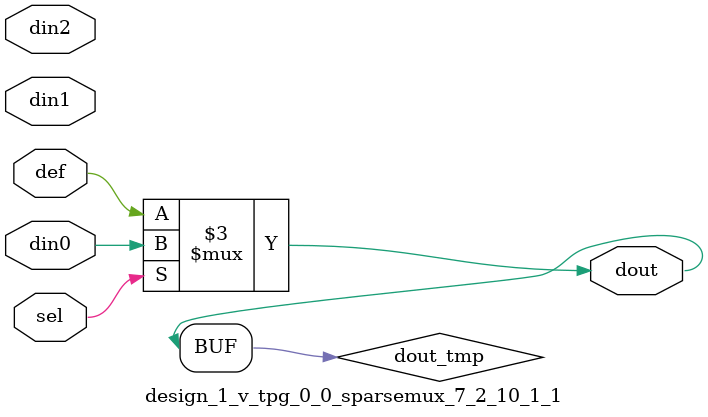
<source format=v>
`timescale 1ns / 1ps

module design_1_v_tpg_0_0_sparsemux_7_2_10_1_1 (din0,din1,din2,def,sel,dout);

parameter din0_WIDTH = 1;

parameter din1_WIDTH = 1;

parameter din2_WIDTH = 1;

parameter def_WIDTH = 1;
parameter sel_WIDTH = 1;
parameter dout_WIDTH = 1;

parameter [sel_WIDTH-1:0] CASE0 = 1;

parameter [sel_WIDTH-1:0] CASE1 = 1;

parameter [sel_WIDTH-1:0] CASE2 = 1;

parameter ID = 1;
parameter NUM_STAGE = 1;



input [din0_WIDTH-1:0] din0;

input [din1_WIDTH-1:0] din1;

input [din2_WIDTH-1:0] din2;

input [def_WIDTH-1:0] def;
input [sel_WIDTH-1:0] sel;

output [dout_WIDTH-1:0] dout;



reg [dout_WIDTH-1:0] dout_tmp;


always @ (*) begin
(* parallel_case *) case (sel)
    
    CASE0 : dout_tmp = din0;
    
    CASE1 : dout_tmp = din1;
    
    CASE2 : dout_tmp = din2;
    
    default : dout_tmp = def;
endcase
end


assign dout = dout_tmp;



endmodule

</source>
